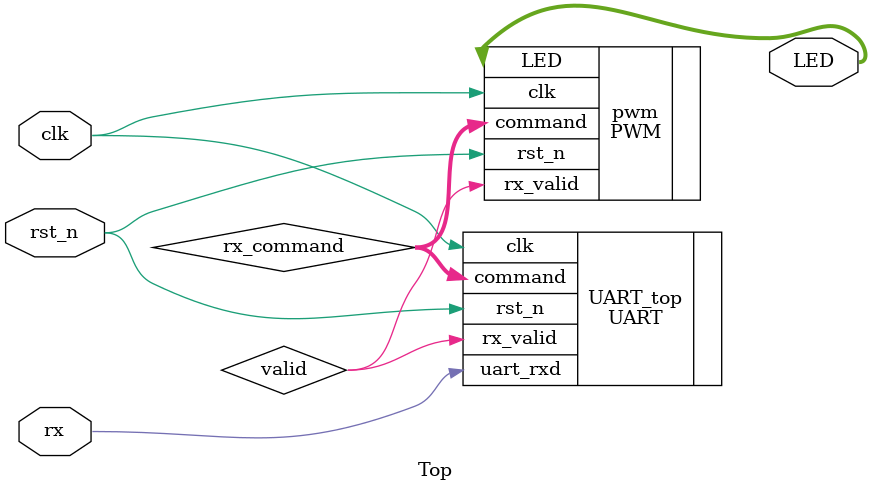
<source format=v>
module Top
#(
	parameter CLK_HZ = 100_000_000,
	parameter BIT_RATE = 256000,
	parameter PAYLOAD_BITS = 8
)
(
	input clk,
	input rst_n,
	input rx,
	output [2:0] LED
);

wire [7:0] rx_command;
wire valid;

UART #(.BIT_RATE(BIT_RATE), .PAYLOAD_BITS(PAYLOAD_BITS), .CLK_HZ(CLK_HZ)) UART_top
(
	.clk(clk),
	.rst_n(rst_n),
	.uart_rxd(rx),
	.command(rx_command),
	.rx_valid(valid)
);

PWM pwm
(
	.clk(clk),
	.rst_n(rst_n),
	.command(rx_command),
	.rx_valid(valid),
	.LED(LED)
);

endmodule
</source>
